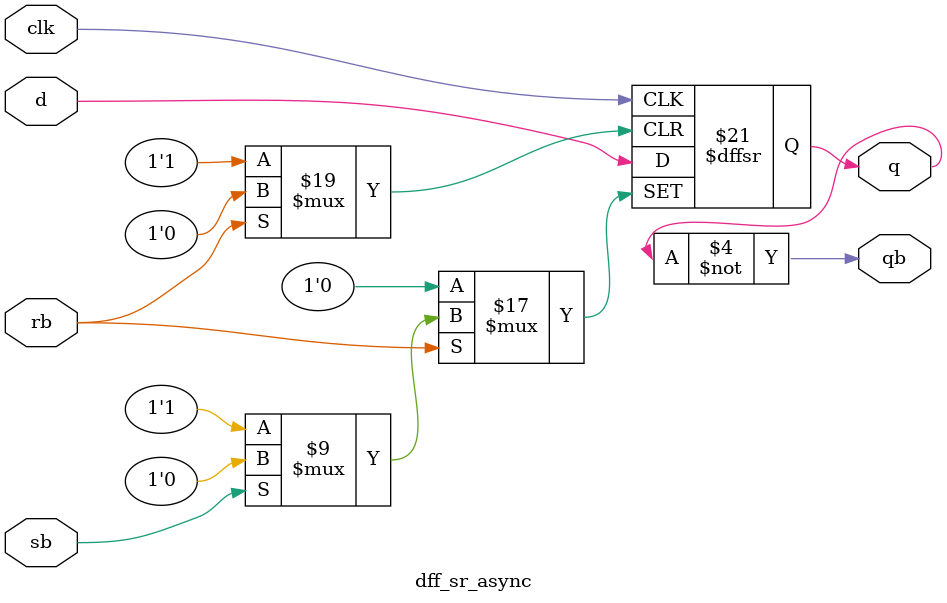
<source format=v>
module dff_sr_async(
    clk, d, rb, sb, q, qb
    );
    input clk, d, rb, sb;
    output q, qb;
    reg q;
    always @(posedge clk or negedge rb or negedge sb) 
    begin
            if (rb == 0)
                q <= 0;
            else if (sb == 0)
                q <= 1; 
            else
                q <= d;
    end
    assign qb = ~q;
endmodule

</source>
